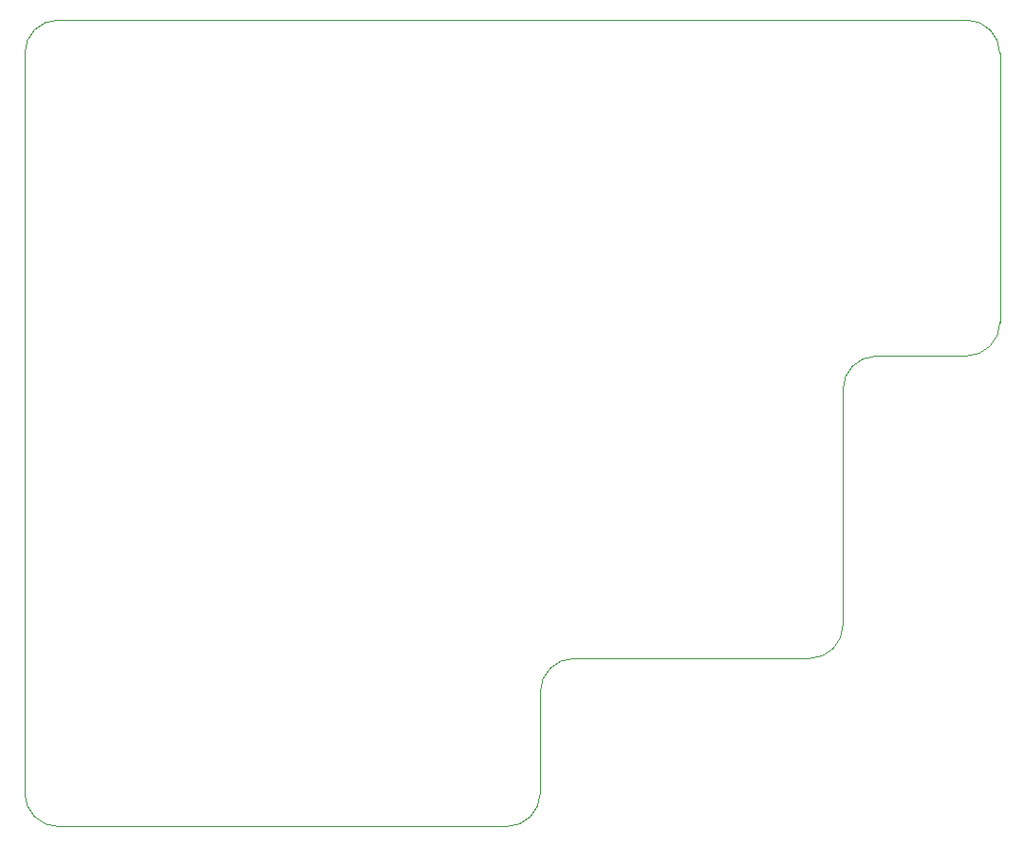
<source format=gm1>
G04 #@! TF.GenerationSoftware,KiCad,Pcbnew,(5.1.2)-2*
G04 #@! TF.CreationDate,2025-05-11T13:48:29+09:00*
G04 #@! TF.ProjectId,FIC_2,4649435f-322e-46b6-9963-61645f706362,rev?*
G04 #@! TF.SameCoordinates,Original*
G04 #@! TF.FileFunction,Profile,NP*
%FSLAX46Y46*%
G04 Gerber Fmt 4.6, Leading zero omitted, Abs format (unit mm)*
G04 Created by KiCad (PCBNEW (5.1.2)-2) date 2025-05-11 13:48:29*
%MOMM*%
%LPD*%
G04 APERTURE LIST*
%ADD10C,0.050000*%
G04 APERTURE END LIST*
D10*
X169813000Y-87725800D02*
X177813000Y-87725800D01*
X166813000Y-90725800D02*
G75*
G02X169813000Y-87725800I3000000J0D01*
G01*
X166813000Y-111725800D02*
X166813000Y-90725800D01*
X166813000Y-111725800D02*
G75*
G02X163813000Y-114725800I-3000000J0D01*
G01*
X142813000Y-114725800D02*
X163813000Y-114725800D01*
X180813000Y-84725800D02*
G75*
G02X177813000Y-87725800I-3000000J0D01*
G01*
X180813000Y-60725800D02*
X180813000Y-84725800D01*
X177813000Y-57725800D02*
G75*
G02X180813000Y-60725800I0J-3000000D01*
G01*
X139813000Y-117725800D02*
G75*
G02X142813000Y-114725800I3000000J0D01*
G01*
X139813000Y-126725800D02*
X139813000Y-117725800D01*
X139813000Y-126725800D02*
G75*
G02X136813000Y-129725800I-3000000J0D01*
G01*
X96813000Y-129725800D02*
X136813000Y-129725800D01*
X96813000Y-129725800D02*
G75*
G02X93813000Y-126725800I0J3000000D01*
G01*
X93813000Y-60725800D02*
X93813000Y-126725800D01*
X93813000Y-60725800D02*
G75*
G02X96813000Y-57725800I3000000J0D01*
G01*
X177813000Y-57725800D02*
X96813000Y-57725800D01*
M02*

</source>
